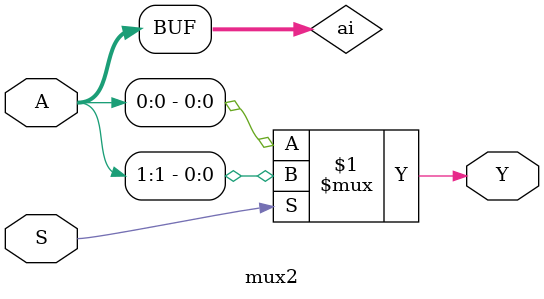
<source format=v>


module mux2(
    input [1:0] A,
    input S,
    output Y
);

// wire yi/*synthesis keep*/;
wire [1:0] ai/*synthesis keep*/;
assign Y = S?ai[1]:ai[0];
assign ai =A;
endmodule /*mux2*/
</source>
